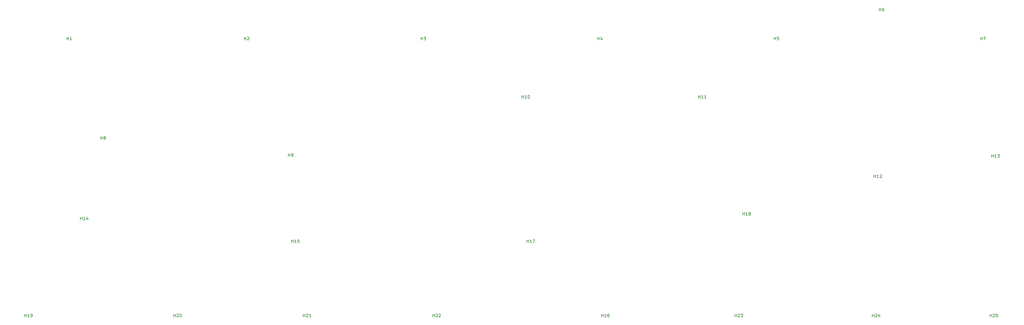
<source format=gbr>
%TF.GenerationSoftware,KiCad,Pcbnew,5.1.6+dfsg1-1~bpo10+1*%
%TF.CreationDate,2020-06-20T13:37:57-07:00*%
%TF.ProjectId,67keys-trackpoint_back_board,36376b65-7973-42d7-9472-61636b706f69,rev?*%
%TF.SameCoordinates,Original*%
%TF.FileFunction,Legend,Top*%
%TF.FilePolarity,Positive*%
%FSLAX46Y46*%
G04 Gerber Fmt 4.6, Leading zero omitted, Abs format (unit mm)*
G04 Created by KiCad (PCBNEW 5.1.6+dfsg1-1~bpo10+1) date 2020-06-20 13:37:57*
%MOMM*%
%LPD*%
G01*
G04 APERTURE LIST*
%ADD10C,0.150000*%
G04 APERTURE END LIST*
%TO.C,H1*%
D10*
X50546095Y-67356380D02*
X50546095Y-66356380D01*
X50546095Y-66832571D02*
X51117523Y-66832571D01*
X51117523Y-67356380D02*
X51117523Y-66356380D01*
X52117523Y-67356380D02*
X51546095Y-67356380D01*
X51831809Y-67356380D02*
X51831809Y-66356380D01*
X51736571Y-66499238D01*
X51641333Y-66594476D01*
X51546095Y-66642095D01*
%TO.C,H2*%
X107950095Y-67356380D02*
X107950095Y-66356380D01*
X107950095Y-66832571D02*
X108521523Y-66832571D01*
X108521523Y-67356380D02*
X108521523Y-66356380D01*
X108950095Y-66451619D02*
X108997714Y-66404000D01*
X109092952Y-66356380D01*
X109331047Y-66356380D01*
X109426285Y-66404000D01*
X109473904Y-66451619D01*
X109521523Y-66546857D01*
X109521523Y-66642095D01*
X109473904Y-66784952D01*
X108902476Y-67356380D01*
X109521523Y-67356380D01*
%TO.C,H3*%
X165100095Y-67356380D02*
X165100095Y-66356380D01*
X165100095Y-66832571D02*
X165671523Y-66832571D01*
X165671523Y-67356380D02*
X165671523Y-66356380D01*
X166052476Y-66356380D02*
X166671523Y-66356380D01*
X166338190Y-66737333D01*
X166481047Y-66737333D01*
X166576285Y-66784952D01*
X166623904Y-66832571D01*
X166671523Y-66927809D01*
X166671523Y-67165904D01*
X166623904Y-67261142D01*
X166576285Y-67308761D01*
X166481047Y-67356380D01*
X166195333Y-67356380D01*
X166100095Y-67308761D01*
X166052476Y-67261142D01*
%TO.C,H4*%
X222250095Y-67356380D02*
X222250095Y-66356380D01*
X222250095Y-66832571D02*
X222821523Y-66832571D01*
X222821523Y-67356380D02*
X222821523Y-66356380D01*
X223726285Y-66689714D02*
X223726285Y-67356380D01*
X223488190Y-66308761D02*
X223250095Y-67023047D01*
X223869142Y-67023047D01*
%TO.C,H5*%
X279400095Y-67356380D02*
X279400095Y-66356380D01*
X279400095Y-66832571D02*
X279971523Y-66832571D01*
X279971523Y-67356380D02*
X279971523Y-66356380D01*
X280923904Y-66356380D02*
X280447714Y-66356380D01*
X280400095Y-66832571D01*
X280447714Y-66784952D01*
X280542952Y-66737333D01*
X280781047Y-66737333D01*
X280876285Y-66784952D01*
X280923904Y-66832571D01*
X280971523Y-66927809D01*
X280971523Y-67165904D01*
X280923904Y-67261142D01*
X280876285Y-67308761D01*
X280781047Y-67356380D01*
X280542952Y-67356380D01*
X280447714Y-67308761D01*
X280400095Y-67261142D01*
%TO.C,H6*%
X313436095Y-57958380D02*
X313436095Y-56958380D01*
X313436095Y-57434571D02*
X314007523Y-57434571D01*
X314007523Y-57958380D02*
X314007523Y-56958380D01*
X314912285Y-56958380D02*
X314721809Y-56958380D01*
X314626571Y-57006000D01*
X314578952Y-57053619D01*
X314483714Y-57196476D01*
X314436095Y-57386952D01*
X314436095Y-57767904D01*
X314483714Y-57863142D01*
X314531333Y-57910761D01*
X314626571Y-57958380D01*
X314817047Y-57958380D01*
X314912285Y-57910761D01*
X314959904Y-57863142D01*
X315007523Y-57767904D01*
X315007523Y-57529809D01*
X314959904Y-57434571D01*
X314912285Y-57386952D01*
X314817047Y-57339333D01*
X314626571Y-57339333D01*
X314531333Y-57386952D01*
X314483714Y-57434571D01*
X314436095Y-57529809D01*
%TO.C,H7*%
X346202095Y-67356380D02*
X346202095Y-66356380D01*
X346202095Y-66832571D02*
X346773523Y-66832571D01*
X346773523Y-67356380D02*
X346773523Y-66356380D01*
X347154476Y-66356380D02*
X347821142Y-66356380D01*
X347392571Y-67356380D01*
%TO.C,H8*%
X61468095Y-99614380D02*
X61468095Y-98614380D01*
X61468095Y-99090571D02*
X62039523Y-99090571D01*
X62039523Y-99614380D02*
X62039523Y-98614380D01*
X62658571Y-99042952D02*
X62563333Y-98995333D01*
X62515714Y-98947714D01*
X62468095Y-98852476D01*
X62468095Y-98804857D01*
X62515714Y-98709619D01*
X62563333Y-98662000D01*
X62658571Y-98614380D01*
X62849047Y-98614380D01*
X62944285Y-98662000D01*
X62991904Y-98709619D01*
X63039523Y-98804857D01*
X63039523Y-98852476D01*
X62991904Y-98947714D01*
X62944285Y-98995333D01*
X62849047Y-99042952D01*
X62658571Y-99042952D01*
X62563333Y-99090571D01*
X62515714Y-99138190D01*
X62468095Y-99233428D01*
X62468095Y-99423904D01*
X62515714Y-99519142D01*
X62563333Y-99566761D01*
X62658571Y-99614380D01*
X62849047Y-99614380D01*
X62944285Y-99566761D01*
X62991904Y-99519142D01*
X63039523Y-99423904D01*
X63039523Y-99233428D01*
X62991904Y-99138190D01*
X62944285Y-99090571D01*
X62849047Y-99042952D01*
%TO.C,H9*%
X122174095Y-105202380D02*
X122174095Y-104202380D01*
X122174095Y-104678571D02*
X122745523Y-104678571D01*
X122745523Y-105202380D02*
X122745523Y-104202380D01*
X123269333Y-105202380D02*
X123459809Y-105202380D01*
X123555047Y-105154761D01*
X123602666Y-105107142D01*
X123697904Y-104964285D01*
X123745523Y-104773809D01*
X123745523Y-104392857D01*
X123697904Y-104297619D01*
X123650285Y-104250000D01*
X123555047Y-104202380D01*
X123364571Y-104202380D01*
X123269333Y-104250000D01*
X123221714Y-104297619D01*
X123174095Y-104392857D01*
X123174095Y-104630952D01*
X123221714Y-104726190D01*
X123269333Y-104773809D01*
X123364571Y-104821428D01*
X123555047Y-104821428D01*
X123650285Y-104773809D01*
X123697904Y-104726190D01*
X123745523Y-104630952D01*
%TO.C,H10*%
X197770904Y-86279380D02*
X197770904Y-85279380D01*
X197770904Y-85755571D02*
X198342333Y-85755571D01*
X198342333Y-86279380D02*
X198342333Y-85279380D01*
X199342333Y-86279380D02*
X198770904Y-86279380D01*
X199056619Y-86279380D02*
X199056619Y-85279380D01*
X198961380Y-85422238D01*
X198866142Y-85517476D01*
X198770904Y-85565095D01*
X199961380Y-85279380D02*
X200056619Y-85279380D01*
X200151857Y-85327000D01*
X200199476Y-85374619D01*
X200247095Y-85469857D01*
X200294714Y-85660333D01*
X200294714Y-85898428D01*
X200247095Y-86088904D01*
X200199476Y-86184142D01*
X200151857Y-86231761D01*
X200056619Y-86279380D01*
X199961380Y-86279380D01*
X199866142Y-86231761D01*
X199818523Y-86184142D01*
X199770904Y-86088904D01*
X199723285Y-85898428D01*
X199723285Y-85660333D01*
X199770904Y-85469857D01*
X199818523Y-85374619D01*
X199866142Y-85327000D01*
X199961380Y-85279380D01*
%TO.C,H11*%
X254920904Y-86279380D02*
X254920904Y-85279380D01*
X254920904Y-85755571D02*
X255492333Y-85755571D01*
X255492333Y-86279380D02*
X255492333Y-85279380D01*
X256492333Y-86279380D02*
X255920904Y-86279380D01*
X256206619Y-86279380D02*
X256206619Y-85279380D01*
X256111380Y-85422238D01*
X256016142Y-85517476D01*
X255920904Y-85565095D01*
X257444714Y-86279380D02*
X256873285Y-86279380D01*
X257159000Y-86279380D02*
X257159000Y-85279380D01*
X257063761Y-85422238D01*
X256968523Y-85517476D01*
X256873285Y-85565095D01*
%TO.C,H12*%
X311689904Y-112060380D02*
X311689904Y-111060380D01*
X311689904Y-111536571D02*
X312261333Y-111536571D01*
X312261333Y-112060380D02*
X312261333Y-111060380D01*
X313261333Y-112060380D02*
X312689904Y-112060380D01*
X312975619Y-112060380D02*
X312975619Y-111060380D01*
X312880380Y-111203238D01*
X312785142Y-111298476D01*
X312689904Y-111346095D01*
X313642285Y-111155619D02*
X313689904Y-111108000D01*
X313785142Y-111060380D01*
X314023238Y-111060380D01*
X314118476Y-111108000D01*
X314166095Y-111155619D01*
X314213714Y-111250857D01*
X314213714Y-111346095D01*
X314166095Y-111488952D01*
X313594666Y-112060380D01*
X314213714Y-112060380D01*
%TO.C,H13*%
X349789904Y-105456380D02*
X349789904Y-104456380D01*
X349789904Y-104932571D02*
X350361333Y-104932571D01*
X350361333Y-105456380D02*
X350361333Y-104456380D01*
X351361333Y-105456380D02*
X350789904Y-105456380D01*
X351075619Y-105456380D02*
X351075619Y-104456380D01*
X350980380Y-104599238D01*
X350885142Y-104694476D01*
X350789904Y-104742095D01*
X351694666Y-104456380D02*
X352313714Y-104456380D01*
X351980380Y-104837333D01*
X352123238Y-104837333D01*
X352218476Y-104884952D01*
X352266095Y-104932571D01*
X352313714Y-105027809D01*
X352313714Y-105265904D01*
X352266095Y-105361142D01*
X352218476Y-105408761D01*
X352123238Y-105456380D01*
X351837523Y-105456380D01*
X351742285Y-105408761D01*
X351694666Y-105361142D01*
%TO.C,H14*%
X54895904Y-125776380D02*
X54895904Y-124776380D01*
X54895904Y-125252571D02*
X55467333Y-125252571D01*
X55467333Y-125776380D02*
X55467333Y-124776380D01*
X56467333Y-125776380D02*
X55895904Y-125776380D01*
X56181619Y-125776380D02*
X56181619Y-124776380D01*
X56086380Y-124919238D01*
X55991142Y-125014476D01*
X55895904Y-125062095D01*
X57324476Y-125109714D02*
X57324476Y-125776380D01*
X57086380Y-124728761D02*
X56848285Y-125443047D01*
X57467333Y-125443047D01*
%TO.C,H15*%
X123221904Y-133142380D02*
X123221904Y-132142380D01*
X123221904Y-132618571D02*
X123793333Y-132618571D01*
X123793333Y-133142380D02*
X123793333Y-132142380D01*
X124793333Y-133142380D02*
X124221904Y-133142380D01*
X124507619Y-133142380D02*
X124507619Y-132142380D01*
X124412380Y-132285238D01*
X124317142Y-132380476D01*
X124221904Y-132428095D01*
X125698095Y-132142380D02*
X125221904Y-132142380D01*
X125174285Y-132618571D01*
X125221904Y-132570952D01*
X125317142Y-132523333D01*
X125555238Y-132523333D01*
X125650476Y-132570952D01*
X125698095Y-132618571D01*
X125745714Y-132713809D01*
X125745714Y-132951904D01*
X125698095Y-133047142D01*
X125650476Y-133094761D01*
X125555238Y-133142380D01*
X125317142Y-133142380D01*
X125221904Y-133094761D01*
X125174285Y-133047142D01*
%TO.C,H16*%
X223551904Y-157272380D02*
X223551904Y-156272380D01*
X223551904Y-156748571D02*
X224123333Y-156748571D01*
X224123333Y-157272380D02*
X224123333Y-156272380D01*
X225123333Y-157272380D02*
X224551904Y-157272380D01*
X224837619Y-157272380D02*
X224837619Y-156272380D01*
X224742380Y-156415238D01*
X224647142Y-156510476D01*
X224551904Y-156558095D01*
X225980476Y-156272380D02*
X225790000Y-156272380D01*
X225694761Y-156320000D01*
X225647142Y-156367619D01*
X225551904Y-156510476D01*
X225504285Y-156700952D01*
X225504285Y-157081904D01*
X225551904Y-157177142D01*
X225599523Y-157224761D01*
X225694761Y-157272380D01*
X225885238Y-157272380D01*
X225980476Y-157224761D01*
X226028095Y-157177142D01*
X226075714Y-157081904D01*
X226075714Y-156843809D01*
X226028095Y-156748571D01*
X225980476Y-156700952D01*
X225885238Y-156653333D01*
X225694761Y-156653333D01*
X225599523Y-156700952D01*
X225551904Y-156748571D01*
X225504285Y-156843809D01*
%TO.C,H17*%
X199421904Y-133142380D02*
X199421904Y-132142380D01*
X199421904Y-132618571D02*
X199993333Y-132618571D01*
X199993333Y-133142380D02*
X199993333Y-132142380D01*
X200993333Y-133142380D02*
X200421904Y-133142380D01*
X200707619Y-133142380D02*
X200707619Y-132142380D01*
X200612380Y-132285238D01*
X200517142Y-132380476D01*
X200421904Y-132428095D01*
X201326666Y-132142380D02*
X201993333Y-132142380D01*
X201564761Y-133142380D01*
%TO.C,H18*%
X269271904Y-124252380D02*
X269271904Y-123252380D01*
X269271904Y-123728571D02*
X269843333Y-123728571D01*
X269843333Y-124252380D02*
X269843333Y-123252380D01*
X270843333Y-124252380D02*
X270271904Y-124252380D01*
X270557619Y-124252380D02*
X270557619Y-123252380D01*
X270462380Y-123395238D01*
X270367142Y-123490476D01*
X270271904Y-123538095D01*
X271414761Y-123680952D02*
X271319523Y-123633333D01*
X271271904Y-123585714D01*
X271224285Y-123490476D01*
X271224285Y-123442857D01*
X271271904Y-123347619D01*
X271319523Y-123300000D01*
X271414761Y-123252380D01*
X271605238Y-123252380D01*
X271700476Y-123300000D01*
X271748095Y-123347619D01*
X271795714Y-123442857D01*
X271795714Y-123490476D01*
X271748095Y-123585714D01*
X271700476Y-123633333D01*
X271605238Y-123680952D01*
X271414761Y-123680952D01*
X271319523Y-123728571D01*
X271271904Y-123776190D01*
X271224285Y-123871428D01*
X271224285Y-124061904D01*
X271271904Y-124157142D01*
X271319523Y-124204761D01*
X271414761Y-124252380D01*
X271605238Y-124252380D01*
X271700476Y-124204761D01*
X271748095Y-124157142D01*
X271795714Y-124061904D01*
X271795714Y-123871428D01*
X271748095Y-123776190D01*
X271700476Y-123728571D01*
X271605238Y-123680952D01*
%TO.C,H19*%
X36861904Y-157272380D02*
X36861904Y-156272380D01*
X36861904Y-156748571D02*
X37433333Y-156748571D01*
X37433333Y-157272380D02*
X37433333Y-156272380D01*
X38433333Y-157272380D02*
X37861904Y-157272380D01*
X38147619Y-157272380D02*
X38147619Y-156272380D01*
X38052380Y-156415238D01*
X37957142Y-156510476D01*
X37861904Y-156558095D01*
X38909523Y-157272380D02*
X39100000Y-157272380D01*
X39195238Y-157224761D01*
X39242857Y-157177142D01*
X39338095Y-157034285D01*
X39385714Y-156843809D01*
X39385714Y-156462857D01*
X39338095Y-156367619D01*
X39290476Y-156320000D01*
X39195238Y-156272380D01*
X39004761Y-156272380D01*
X38909523Y-156320000D01*
X38861904Y-156367619D01*
X38814285Y-156462857D01*
X38814285Y-156700952D01*
X38861904Y-156796190D01*
X38909523Y-156843809D01*
X39004761Y-156891428D01*
X39195238Y-156891428D01*
X39290476Y-156843809D01*
X39338095Y-156796190D01*
X39385714Y-156700952D01*
%TO.C,H20*%
X85121904Y-157272380D02*
X85121904Y-156272380D01*
X85121904Y-156748571D02*
X85693333Y-156748571D01*
X85693333Y-157272380D02*
X85693333Y-156272380D01*
X86121904Y-156367619D02*
X86169523Y-156320000D01*
X86264761Y-156272380D01*
X86502857Y-156272380D01*
X86598095Y-156320000D01*
X86645714Y-156367619D01*
X86693333Y-156462857D01*
X86693333Y-156558095D01*
X86645714Y-156700952D01*
X86074285Y-157272380D01*
X86693333Y-157272380D01*
X87312380Y-156272380D02*
X87407619Y-156272380D01*
X87502857Y-156320000D01*
X87550476Y-156367619D01*
X87598095Y-156462857D01*
X87645714Y-156653333D01*
X87645714Y-156891428D01*
X87598095Y-157081904D01*
X87550476Y-157177142D01*
X87502857Y-157224761D01*
X87407619Y-157272380D01*
X87312380Y-157272380D01*
X87217142Y-157224761D01*
X87169523Y-157177142D01*
X87121904Y-157081904D01*
X87074285Y-156891428D01*
X87074285Y-156653333D01*
X87121904Y-156462857D01*
X87169523Y-156367619D01*
X87217142Y-156320000D01*
X87312380Y-156272380D01*
%TO.C,H21*%
X127031904Y-157272380D02*
X127031904Y-156272380D01*
X127031904Y-156748571D02*
X127603333Y-156748571D01*
X127603333Y-157272380D02*
X127603333Y-156272380D01*
X128031904Y-156367619D02*
X128079523Y-156320000D01*
X128174761Y-156272380D01*
X128412857Y-156272380D01*
X128508095Y-156320000D01*
X128555714Y-156367619D01*
X128603333Y-156462857D01*
X128603333Y-156558095D01*
X128555714Y-156700952D01*
X127984285Y-157272380D01*
X128603333Y-157272380D01*
X129555714Y-157272380D02*
X128984285Y-157272380D01*
X129270000Y-157272380D02*
X129270000Y-156272380D01*
X129174761Y-156415238D01*
X129079523Y-156510476D01*
X128984285Y-156558095D01*
%TO.C,H22*%
X168941904Y-157272380D02*
X168941904Y-156272380D01*
X168941904Y-156748571D02*
X169513333Y-156748571D01*
X169513333Y-157272380D02*
X169513333Y-156272380D01*
X169941904Y-156367619D02*
X169989523Y-156320000D01*
X170084761Y-156272380D01*
X170322857Y-156272380D01*
X170418095Y-156320000D01*
X170465714Y-156367619D01*
X170513333Y-156462857D01*
X170513333Y-156558095D01*
X170465714Y-156700952D01*
X169894285Y-157272380D01*
X170513333Y-157272380D01*
X170894285Y-156367619D02*
X170941904Y-156320000D01*
X171037142Y-156272380D01*
X171275238Y-156272380D01*
X171370476Y-156320000D01*
X171418095Y-156367619D01*
X171465714Y-156462857D01*
X171465714Y-156558095D01*
X171418095Y-156700952D01*
X170846666Y-157272380D01*
X171465714Y-157272380D01*
%TO.C,H23*%
X266731904Y-157272380D02*
X266731904Y-156272380D01*
X266731904Y-156748571D02*
X267303333Y-156748571D01*
X267303333Y-157272380D02*
X267303333Y-156272380D01*
X267731904Y-156367619D02*
X267779523Y-156320000D01*
X267874761Y-156272380D01*
X268112857Y-156272380D01*
X268208095Y-156320000D01*
X268255714Y-156367619D01*
X268303333Y-156462857D01*
X268303333Y-156558095D01*
X268255714Y-156700952D01*
X267684285Y-157272380D01*
X268303333Y-157272380D01*
X268636666Y-156272380D02*
X269255714Y-156272380D01*
X268922380Y-156653333D01*
X269065238Y-156653333D01*
X269160476Y-156700952D01*
X269208095Y-156748571D01*
X269255714Y-156843809D01*
X269255714Y-157081904D01*
X269208095Y-157177142D01*
X269160476Y-157224761D01*
X269065238Y-157272380D01*
X268779523Y-157272380D01*
X268684285Y-157224761D01*
X268636666Y-157177142D01*
%TO.C,H24*%
X311181904Y-157272380D02*
X311181904Y-156272380D01*
X311181904Y-156748571D02*
X311753333Y-156748571D01*
X311753333Y-157272380D02*
X311753333Y-156272380D01*
X312181904Y-156367619D02*
X312229523Y-156320000D01*
X312324761Y-156272380D01*
X312562857Y-156272380D01*
X312658095Y-156320000D01*
X312705714Y-156367619D01*
X312753333Y-156462857D01*
X312753333Y-156558095D01*
X312705714Y-156700952D01*
X312134285Y-157272380D01*
X312753333Y-157272380D01*
X313610476Y-156605714D02*
X313610476Y-157272380D01*
X313372380Y-156224761D02*
X313134285Y-156939047D01*
X313753333Y-156939047D01*
%TO.C,H25*%
X349281904Y-157272380D02*
X349281904Y-156272380D01*
X349281904Y-156748571D02*
X349853333Y-156748571D01*
X349853333Y-157272380D02*
X349853333Y-156272380D01*
X350281904Y-156367619D02*
X350329523Y-156320000D01*
X350424761Y-156272380D01*
X350662857Y-156272380D01*
X350758095Y-156320000D01*
X350805714Y-156367619D01*
X350853333Y-156462857D01*
X350853333Y-156558095D01*
X350805714Y-156700952D01*
X350234285Y-157272380D01*
X350853333Y-157272380D01*
X351758095Y-156272380D02*
X351281904Y-156272380D01*
X351234285Y-156748571D01*
X351281904Y-156700952D01*
X351377142Y-156653333D01*
X351615238Y-156653333D01*
X351710476Y-156700952D01*
X351758095Y-156748571D01*
X351805714Y-156843809D01*
X351805714Y-157081904D01*
X351758095Y-157177142D01*
X351710476Y-157224761D01*
X351615238Y-157272380D01*
X351377142Y-157272380D01*
X351281904Y-157224761D01*
X351234285Y-157177142D01*
%TD*%
M02*

</source>
